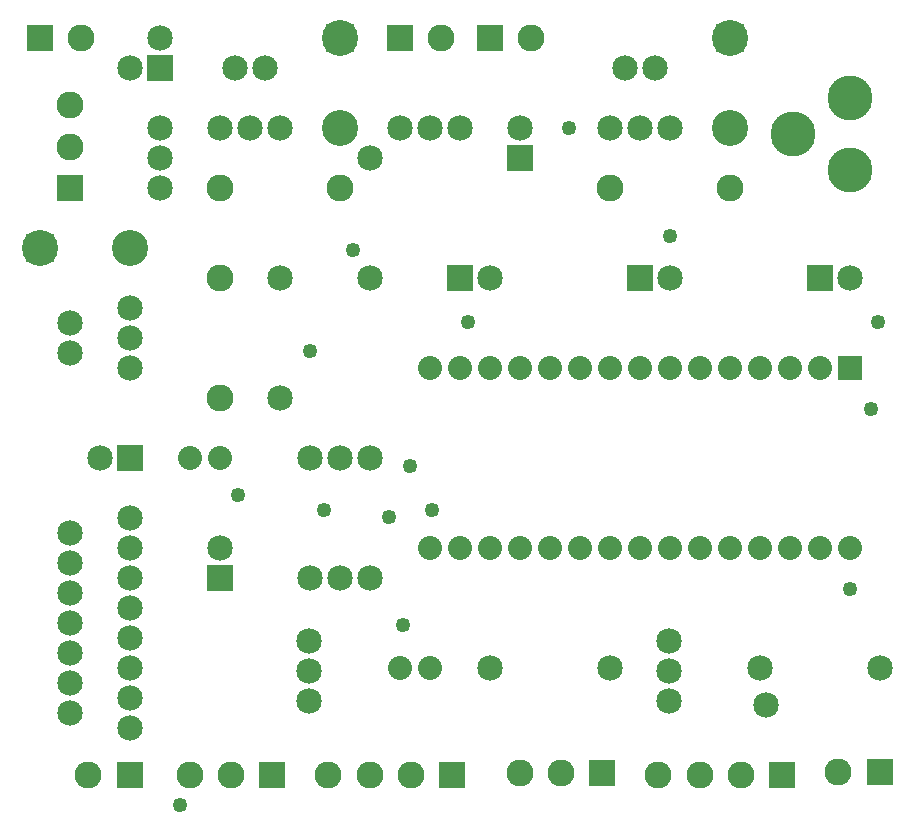
<source format=gts>
G04 MADE WITH FRITZING*
G04 WWW.FRITZING.ORG*
G04 DOUBLE SIDED*
G04 HOLES PLATED*
G04 CONTOUR ON CENTER OF CONTOUR VECTOR*
%ASAXBY*%
%FSLAX23Y23*%
%MOIN*%
%OFA0B0*%
%SFA1.0B1.0*%
%ADD10C,0.049370*%
%ADD11C,0.085000*%
%ADD12C,0.120236*%
%ADD13C,0.084803*%
%ADD14C,0.090000*%
%ADD15C,0.092000*%
%ADD16C,0.150000*%
%ADD17C,0.080000*%
%ADD18R,0.085000X0.085000*%
%ADD19R,0.092000X0.092000*%
%ADD20R,0.090000X0.090000*%
%ADD21R,0.080000X0.079972*%
%LNMASK1*%
G90*
G70*
G54D10*
X1332Y652D03*
X1284Y1012D03*
X1020Y1564D03*
X780Y1084D03*
X1068Y1036D03*
X1356Y1180D03*
X2220Y1948D03*
X1884Y2308D03*
X2820Y772D03*
X2892Y1372D03*
X588Y52D03*
X1164Y1900D03*
X1548Y1660D03*
X2916Y1660D03*
X1428Y1036D03*
G54D11*
X1017Y597D03*
X1017Y497D03*
X1017Y397D03*
G54D12*
X2421Y2608D03*
X1121Y2608D03*
X121Y1908D03*
X421Y1908D03*
X1121Y2308D03*
X2421Y2308D03*
G54D13*
X2071Y2508D03*
X2171Y2508D03*
X2021Y2308D03*
X2121Y2308D03*
X2221Y2308D03*
X2071Y2508D03*
X2171Y2508D03*
X2021Y2308D03*
X2121Y2308D03*
X2221Y2308D03*
G54D14*
X2021Y2108D03*
X2421Y2108D03*
G54D11*
X1721Y2208D03*
X1721Y2308D03*
X2721Y1808D03*
X2821Y1808D03*
G54D15*
X2421Y2608D03*
X2421Y2310D03*
G54D16*
X2821Y2168D03*
X2821Y2408D03*
X2631Y2288D03*
G54D14*
X1621Y2608D03*
X1759Y2608D03*
G54D11*
X1521Y2308D03*
X1421Y2308D03*
X1321Y2308D03*
G54D14*
X1321Y2608D03*
X1459Y2608D03*
G54D17*
X2821Y1508D03*
X2721Y1508D03*
X2621Y1508D03*
X2521Y1508D03*
X2421Y1508D03*
X2321Y1508D03*
X2221Y1508D03*
X2121Y1508D03*
X2021Y1508D03*
X1921Y1508D03*
X1821Y1508D03*
X1721Y1508D03*
X1621Y1508D03*
X1521Y1508D03*
X1421Y1508D03*
X2821Y908D03*
X2721Y908D03*
X2621Y908D03*
X2521Y908D03*
X2421Y908D03*
X2321Y908D03*
X2221Y908D03*
X2121Y908D03*
X2021Y908D03*
X1921Y908D03*
X1821Y908D03*
X1721Y908D03*
X1621Y908D03*
X1521Y908D03*
X1421Y908D03*
G54D11*
X1221Y1808D03*
X1221Y2208D03*
G54D15*
X121Y1908D03*
X419Y1908D03*
X1121Y2608D03*
X1121Y2310D03*
G54D13*
X221Y1558D03*
X221Y1658D03*
X421Y1508D03*
X421Y1608D03*
X421Y1708D03*
X221Y1558D03*
X221Y1658D03*
X421Y1508D03*
X421Y1608D03*
X421Y1708D03*
X771Y2508D03*
X871Y2508D03*
X721Y2308D03*
X821Y2308D03*
X921Y2308D03*
X771Y2508D03*
X871Y2508D03*
X721Y2308D03*
X821Y2308D03*
X921Y2308D03*
G54D14*
X721Y1408D03*
X721Y1808D03*
X721Y2108D03*
X1121Y2108D03*
G54D11*
X421Y1208D03*
X321Y1208D03*
X521Y2508D03*
X521Y2608D03*
X1521Y1808D03*
X1621Y1808D03*
X2121Y1808D03*
X2221Y1808D03*
G54D14*
X2596Y152D03*
X2459Y152D03*
X2321Y152D03*
X2183Y152D03*
X121Y2608D03*
X259Y2608D03*
G54D13*
X221Y358D03*
X221Y458D03*
X221Y558D03*
X221Y658D03*
X221Y758D03*
X221Y858D03*
X221Y958D03*
X421Y308D03*
X421Y408D03*
X421Y508D03*
X421Y608D03*
X421Y708D03*
X421Y808D03*
X421Y908D03*
X421Y1008D03*
X221Y358D03*
X221Y458D03*
X221Y558D03*
X221Y658D03*
X221Y758D03*
X221Y858D03*
X221Y958D03*
X421Y308D03*
X421Y408D03*
X421Y508D03*
X421Y608D03*
X421Y708D03*
X421Y808D03*
X421Y908D03*
X421Y1008D03*
G54D14*
X421Y152D03*
X283Y152D03*
G54D11*
X421Y2508D03*
X2542Y386D03*
X421Y2508D03*
X2542Y386D03*
G54D17*
X621Y1208D03*
X721Y1208D03*
G54D11*
X721Y808D03*
X721Y908D03*
X1221Y808D03*
X1221Y1208D03*
X1121Y808D03*
X1121Y1208D03*
X1021Y808D03*
X1021Y1208D03*
G54D14*
X1496Y152D03*
X1359Y152D03*
X1221Y152D03*
X1083Y152D03*
X1996Y157D03*
X1859Y157D03*
X1721Y157D03*
G54D11*
X2021Y508D03*
X1621Y508D03*
G54D17*
X1321Y508D03*
X1421Y508D03*
G54D11*
X521Y2108D03*
X521Y2208D03*
X521Y2308D03*
X2217Y597D03*
X2217Y497D03*
X2217Y397D03*
G54D14*
X2921Y162D03*
X2783Y162D03*
X221Y2108D03*
X221Y2245D03*
X221Y2383D03*
G54D11*
X921Y1408D03*
X921Y1808D03*
X2921Y508D03*
X2521Y508D03*
G54D14*
X896Y151D03*
X759Y151D03*
X621Y151D03*
G54D18*
X1721Y2208D03*
X2721Y1808D03*
G54D19*
X2421Y2609D03*
G54D20*
X1621Y2608D03*
X1321Y2608D03*
G54D21*
X2821Y1508D03*
G54D19*
X120Y1908D03*
X1121Y2609D03*
G54D18*
X421Y1208D03*
X521Y2508D03*
X1521Y1808D03*
X2121Y1808D03*
G54D20*
X2596Y152D03*
X121Y2608D03*
X421Y152D03*
G54D18*
X721Y808D03*
G54D20*
X1496Y152D03*
X1996Y157D03*
X2921Y162D03*
X221Y2108D03*
X896Y151D03*
G04 End of Mask1*
M02*
</source>
